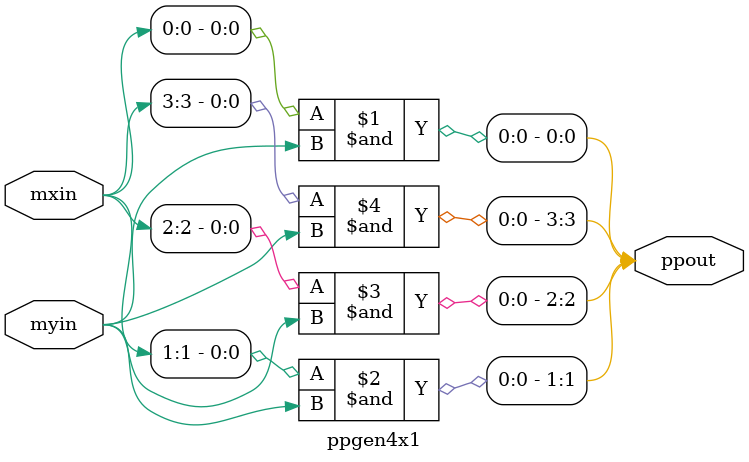
<source format=v>
module ppgen4x1 (mxin, myin, ppout);
    input[3:0] mxin;
    input myin;
    output[3:0] ppout;

    and(ppout[0], mxin[0], myin);
    and(ppout[1], mxin[1], myin);
    and(ppout[2], mxin[2], myin);
    and(ppout[3], mxin[3], myin);
endmodule
</source>
